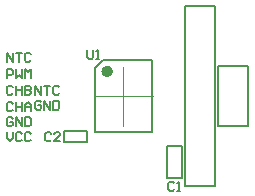
<source format=gto>
G04*
G04 #@! TF.GenerationSoftware,Altium Limited,Altium Designer,19.1.5 (86)*
G04*
G04 Layer_Color=65535*
%FSLAX25Y25*%
%MOIN*%
G70*
G01*
G75*
%ADD10C,0.01968*%
%ADD11C,0.00787*%
%ADD12C,0.00500*%
%ADD13C,0.00050*%
D10*
X-4416Y8200D02*
G03*
X-4416Y8200I-984J0D01*
G01*
D11*
X-9400Y-11900D02*
Y9242D01*
X-6624Y12018D01*
X9400D01*
Y-11900D02*
Y12018D01*
X-9400Y-11900D02*
X9400D01*
X31500Y-10000D02*
Y10000D01*
Y-10000D02*
X41500D01*
Y10000D01*
X31500D02*
X41500D01*
X20500Y30000D02*
X30500D01*
X20500Y-30000D02*
X30500D01*
X20500D02*
Y30000D01*
X30500Y-30000D02*
Y30000D01*
D12*
X14400Y-27300D02*
X19600Y-27300D01*
X14400Y-16700D02*
X19600D01*
X19600Y-27300D02*
X19600Y-16700D01*
X14400Y-27300D02*
X14400Y-16700D01*
X-19900Y-11600D02*
X-12100D01*
Y-15400D02*
Y-11600D01*
X-19900Y-15400D02*
Y-11600D01*
Y-15400D02*
X-12100D01*
X-27333Y-2001D02*
X-27833Y-1501D01*
X-28832D01*
X-29332Y-2001D01*
Y-4000D01*
X-28832Y-4500D01*
X-27833D01*
X-27333Y-4000D01*
Y-3001D01*
X-28332D01*
X-26333Y-4500D02*
Y-1501D01*
X-24334Y-4500D01*
Y-1501D01*
X-23334D02*
Y-4500D01*
X-21835D01*
X-21335Y-4000D01*
Y-2001D01*
X-21835Y-1501D01*
X-23334D01*
X-29332Y500D02*
Y3499D01*
X-27333Y500D01*
Y3499D01*
X-26333D02*
X-24334D01*
X-25333D01*
Y500D01*
X-21335Y2999D02*
X-21835Y3499D01*
X-22834D01*
X-23334Y2999D01*
Y1000D01*
X-22834Y500D01*
X-21835D01*
X-21335Y1000D01*
X-38832Y11500D02*
Y14499D01*
X-36833Y11500D01*
Y14499D01*
X-35833D02*
X-33834D01*
X-34833D01*
Y11500D01*
X-30835Y13999D02*
X-31334Y14499D01*
X-32334D01*
X-32834Y13999D01*
Y12000D01*
X-32334Y11500D01*
X-31334D01*
X-30835Y12000D01*
X-38832Y6000D02*
Y8999D01*
X-37333D01*
X-36833Y8499D01*
Y7500D01*
X-37333Y7000D01*
X-38832D01*
X-35833Y8999D02*
Y6000D01*
X-34833Y7000D01*
X-33834Y6000D01*
Y8999D01*
X-32834Y6000D02*
Y8999D01*
X-31834Y7999D01*
X-30835Y8999D01*
Y6000D01*
X-36833Y2999D02*
X-37333Y3499D01*
X-38332D01*
X-38832Y2999D01*
Y1000D01*
X-38332Y500D01*
X-37333D01*
X-36833Y1000D01*
X-35833Y3499D02*
Y500D01*
Y2000D01*
X-33834D01*
Y3499D01*
Y500D01*
X-32834Y3499D02*
Y500D01*
X-31334D01*
X-30835Y1000D01*
Y1500D01*
X-31334Y2000D01*
X-32834D01*
X-31334D01*
X-30835Y2499D01*
Y2999D01*
X-31334Y3499D01*
X-32834D01*
X-36833Y-2501D02*
X-37333Y-2001D01*
X-38332D01*
X-38832Y-2501D01*
Y-4500D01*
X-38332Y-5000D01*
X-37333D01*
X-36833Y-4500D01*
X-35833Y-2001D02*
Y-5000D01*
Y-3500D01*
X-33834D01*
Y-2001D01*
Y-5000D01*
X-32834D02*
Y-3001D01*
X-31834Y-2001D01*
X-30835Y-3001D01*
Y-5000D01*
Y-3500D01*
X-32834D01*
X-36833Y-7501D02*
X-37333Y-7001D01*
X-38332D01*
X-38832Y-7501D01*
Y-9500D01*
X-38332Y-10000D01*
X-37333D01*
X-36833Y-9500D01*
Y-8501D01*
X-37832D01*
X-35833Y-10000D02*
Y-7001D01*
X-33834Y-10000D01*
Y-7001D01*
X-32834D02*
Y-10000D01*
X-31334D01*
X-30835Y-9500D01*
Y-7501D01*
X-31334Y-7001D01*
X-32834D01*
X-38832Y-12001D02*
Y-14000D01*
X-37832Y-15000D01*
X-36833Y-14000D01*
Y-12001D01*
X-33834Y-12501D02*
X-34334Y-12001D01*
X-35333D01*
X-35833Y-12501D01*
Y-14500D01*
X-35333Y-15000D01*
X-34334D01*
X-33834Y-14500D01*
X-30835Y-12501D02*
X-31334Y-12001D01*
X-32334D01*
X-32834Y-12501D01*
Y-14500D01*
X-32334Y-15000D01*
X-31334D01*
X-30835Y-14500D01*
X-12000Y15499D02*
Y13000D01*
X-11500Y12500D01*
X-10501D01*
X-10001Y13000D01*
Y15499D01*
X-9001Y12500D02*
X-8001D01*
X-8501D01*
Y15499D01*
X-9001Y14999D01*
X-24001Y-12501D02*
X-24500Y-12001D01*
X-25500D01*
X-26000Y-12501D01*
Y-14500D01*
X-25500Y-15000D01*
X-24500D01*
X-24001Y-14500D01*
X-21002Y-15000D02*
X-23001D01*
X-21002Y-13001D01*
Y-12501D01*
X-21501Y-12001D01*
X-22501D01*
X-23001Y-12501D01*
X16999Y-29001D02*
X16499Y-28501D01*
X15500D01*
X15000Y-29001D01*
Y-31000D01*
X15500Y-31500D01*
X16499D01*
X16999Y-31000D01*
X17999Y-31500D02*
X18999D01*
X18499D01*
Y-28501D01*
X17999Y-29001D01*
D13*
X0Y-9843D02*
Y0D01*
Y9843D01*
Y0D02*
X9843D01*
X-9843D02*
X0D01*
M02*

</source>
